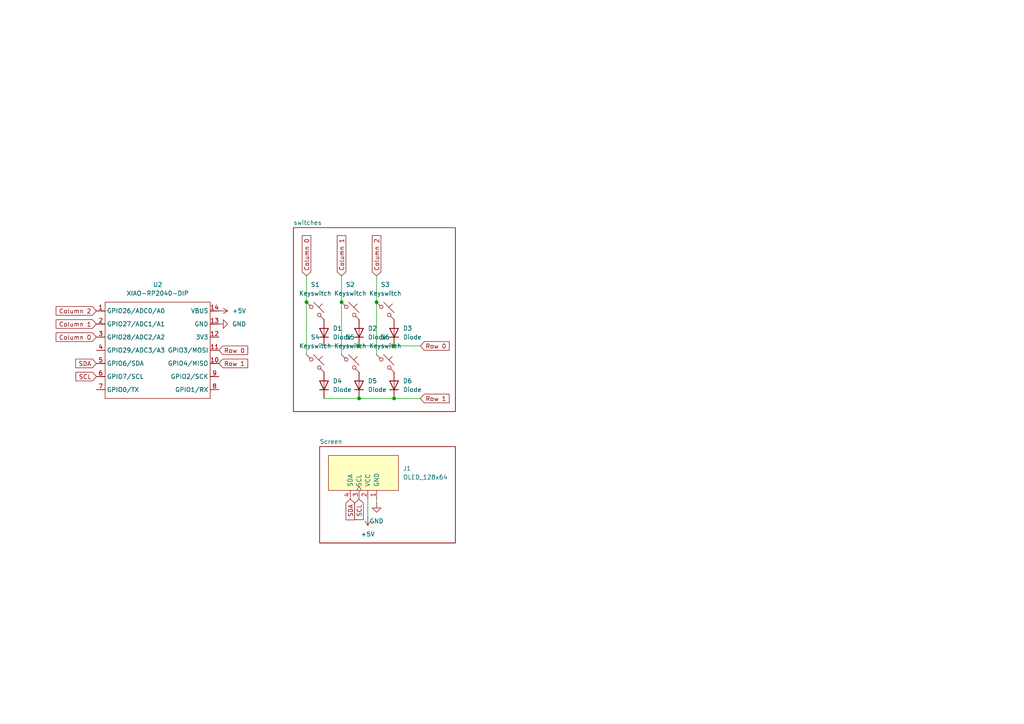
<source format=kicad_sch>
(kicad_sch (version 20231120) (generator "eeschema") (generator_version "8.0")
  (paper "A4")
  (lib_symbols
    (symbol "ScottoKeebs:OLED_128x64" (pin_names (offset 1.016))
      (property "Reference" "J" (at 0 -11.43 0))
      (property "Value" "OLED_128x64" (at 0 -7.62 0))
      (symbol "OLED_128x64_0_1"
        (rectangle (start 10.16 -10.16) (end -10.16 0) (fill (type background)))
      )
      (symbol "OLED_128x64_1_1"
        (pin power_in line (at -3.81 2.54 270) (length 2.54) (name "GND") (number "1"))
        (pin power_in line (at -1.27 2.54 270) (length 2.54) (name "VCC") (number "2"))
        (pin input clock (at 1.27 2.54 270) (length 2.54) (name "SCL") (number "3"))
        (pin bidirectional line (at 3.81 2.54 270) (length 2.54) (name "SDA") (number "4"))
      )
    )
    (symbol "ScottoKeebs:Placeholder_Diode" (pin_numbers hide) (pin_names hide)
      (property "Reference" "D" (at 0 2.54 0))
      (property "Value" "Diode" (at 0 -2.54 0))
      (symbol "Placeholder_Diode_0_1"
        (polyline (pts (xy -1.27 1.27) (xy -1.27 -1.27)) (stroke (width 0.254)))
        (polyline (pts (xy 1.27 0) (xy -1.27 0)))
        (polyline (pts (xy 1.27 1.27) (xy 1.27 -1.27) (xy -1.27 0) (xy 1.27 1.27)) (stroke (width 0.254)))
      )
      (symbol "Placeholder_Diode_1_1"
        (pin passive line (at -3.81 0 0) (length 2.54) (name "K") (number "1"))
        (pin passive line (at 3.81 0 180) (length 2.54) (name "A") (number "2"))
      )
    )
    (symbol "ScottoKeebs:Placeholder_Keyswitch" (pin_numbers hide) (pin_names (offset 1.016) hide)
      (property "Reference" "S" (at 3.048 1.016 0))
      (property "Value" "Keyswitch" (at 0 -3.81 0))
      (symbol "Placeholder_Keyswitch_0_1"
        (circle (center -1.1684 1.1684) (radius 0.508))
        (polyline (pts (xy -0.508 2.54) (xy 2.54 -0.508)))
        (polyline (pts (xy 1.016 1.016) (xy 2.032 2.032)))
        (polyline (pts (xy -2.54 2.54) (xy -1.524 1.524) (xy -1.524 1.524)))
        (polyline (pts (xy 1.524 -1.524) (xy 2.54 -2.54) (xy 2.54 -2.54) (xy 2.54 -2.54)))
        (circle (center 1.143 -1.1938) (radius 0.508))
        (pin passive line (at -2.54 2.54 0) (length 0) (name "1") (number "1"))
        (pin passive line (at 2.54 -2.54 180) (length 0) (name "2") (number "2"))
      )
    )
    (symbol "Seeed_Studio_XIAO_Series:XIAO-RP2040-DIP"
      (property "Reference" "U" (at 0 0 0))
      (property "Value" "XIAO-RP2040-DIP" (at 5.334 -1.778 0))
      (symbol "XIAO-RP2040-DIP_1_0"
        (polyline (pts (xy -1.27 -30.48) (xy -1.27 -16.51)) (stroke (width 0.1524)))
        (polyline (pts (xy -1.27 -27.94) (xy -2.54 -27.94)) (stroke (width 0.1524)))
        (polyline (pts (xy -1.27 -24.13) (xy -2.54 -24.13)) (stroke (width 0.1524)))
        (polyline (pts (xy -1.27 -20.32) (xy -2.54 -20.32)) (stroke (width 0.1524)))
        (polyline (pts (xy -1.27 -16.51) (xy -2.54 -16.51)) (stroke (width 0.1524)))
        (polyline (pts (xy -1.27 -16.51) (xy -1.27 -12.7)) (stroke (width 0.1524)))
        (polyline (pts (xy -1.27 -12.7) (xy -2.54 -12.7)) (stroke (width 0.1524)))
        (polyline (pts (xy -1.27 -12.7) (xy -1.27 -8.89)) (stroke (width 0.1524)))
        (polyline (pts (xy -1.27 -8.89) (xy -2.54 -8.89)) (stroke (width 0.1524)))
        (polyline (pts (xy -1.27 -8.89) (xy -1.27 -5.08)) (stroke (width 0.1524)))
        (polyline (pts (xy -1.27 -5.08) (xy -2.54 -5.08)) (stroke (width 0.1524)))
        (polyline (pts (xy -1.27 -5.08) (xy -1.27 -2.54)) (stroke (width 0.1524)))
        (polyline (pts (xy -1.27 -2.54) (xy 29.21 -2.54)) (stroke (width 0.1524)))
        (polyline (pts (xy 29.21 -30.48) (xy -1.27 -30.48)) (stroke (width 0.1524)))
        (polyline (pts (xy 29.21 -12.7) (xy 29.21 -30.48)) (stroke (width 0.1524)))
        (polyline (pts (xy 29.21 -8.89) (xy 29.21 -12.7)) (stroke (width 0.1524)))
        (polyline (pts (xy 29.21 -5.08) (xy 29.21 -8.89)) (stroke (width 0.1524)))
        (polyline (pts (xy 29.21 -2.54) (xy 29.21 -5.08)) (stroke (width 0.1524)))
        (polyline (pts (xy 30.48 -27.94) (xy 29.21 -27.94)) (stroke (width 0.1524)))
        (polyline (pts (xy 30.48 -24.13) (xy 29.21 -24.13)) (stroke (width 0.1524)))
        (polyline (pts (xy 30.48 -20.32) (xy 29.21 -20.32)) (stroke (width 0.1524)))
        (polyline (pts (xy 30.48 -16.51) (xy 29.21 -16.51)) (stroke (width 0.1524)))
        (polyline (pts (xy 30.48 -12.7) (xy 29.21 -12.7)) (stroke (width 0.1524)))
        (polyline (pts (xy 30.48 -8.89) (xy 29.21 -8.89)) (stroke (width 0.1524)))
        (polyline (pts (xy 30.48 -5.08) (xy 29.21 -5.08)) (stroke (width 0.1524)))
        (pin passive line (at -3.81 -5.08 0) (length 2.54) (name "GPIO26/ADC0/A0") (number "1"))
        (pin passive line (at 31.75 -20.32 180) (length 2.54) (name "GPIO4/MISO") (number "10"))
        (pin passive line (at 31.75 -16.51 180) (length 2.54) (name "GPIO3/MOSI") (number "11"))
        (pin passive line (at 31.75 -12.7 180) (length 2.54) (name "3V3") (number "12"))
        (pin passive line (at 31.75 -8.89 180) (length 2.54) (name "GND") (number "13"))
        (pin passive line (at 31.75 -5.08 180) (length 2.54) (name "VBUS") (number "14"))
        (pin passive line (at -3.81 -8.89 0) (length 2.54) (name "GPIO27/ADC1/A1") (number "2"))
        (pin passive line (at -3.81 -12.7 0) (length 2.54) (name "GPIO28/ADC2/A2") (number "3"))
        (pin passive line (at -3.81 -16.51 0) (length 2.54) (name "GPIO29/ADC3/A3") (number "4"))
        (pin passive line (at -3.81 -20.32 0) (length 2.54) (name "GPIO6/SDA") (number "5"))
        (pin passive line (at -3.81 -24.13 0) (length 2.54) (name "GPIO7/SCL") (number "6"))
        (pin passive line (at -3.81 -27.94 0) (length 2.54) (name "GPIO0/TX") (number "7"))
        (pin passive line (at 31.75 -27.94 180) (length 2.54) (name "GPIO1/RX") (number "8"))
        (pin passive line (at 31.75 -24.13 180) (length 2.54) (name "GPIO2/SCK") (number "9"))
      )
    )
    (symbol "power:+5V" (power) (pin_numbers hide) (pin_names (offset 0) hide)
      (property "Value" "+5V" (at 0 3.556 0))
      (symbol "+5V_0_1"
        (polyline (pts (xy -0.762 1.27) (xy 0 2.54)))
        (polyline (pts (xy 0 0) (xy 0 2.54)))
        (polyline (pts (xy 0 2.54) (xy 0.762 1.27)))
      )
      (symbol "+5V_1_1"
        (pin power_in line (at 0 0 90) (length 0) (name "~") (number "1"))
      )
    )
    (symbol "power:GND" (power) (pin_numbers hide) (pin_names (offset 0) hide)
      (property "Value" "GND" (at 0 -3.81 0))
      (symbol "GND_0_1"
        (polyline (pts (xy 0 0) (xy 0 -1.27) (xy 1.27 -1.27) (xy 0 -2.54) (xy -1.27 -1.27) (xy 0 -1.27)))
      )
      (symbol "GND_1_1"
        (pin power_in line (at 0 0 270) (length 0) (name "~") (number "1"))
      )
    )
  )
  (junction (at 99.06 87.63))
  (junction (at 114.3 115.57))
  (junction (at 104.14 100.33))
  (junction (at 109.22 87.63))
  (junction (at 88.9 87.63))
  (junction (at 114.3 100.33))
  (junction (at 104.14 115.57))
  (wire (pts (xy 99.06 80.01) (xy 99.06 87.63)))
  (wire (pts (xy 104.14 115.57) (xy 114.3 115.57)))
  (wire (pts (xy 99.06 87.63) (xy 99.06 102.87)))
  (wire (pts (xy 109.22 80.01) (xy 109.22 87.63)))
  (wire (pts (xy 109.22 146.05) (xy 109.22 144.78)))
  (wire (pts (xy 88.9 80.01) (xy 88.9 87.63)))
  (wire (pts (xy 93.98 115.57) (xy 104.14 115.57)))
  (wire (pts (xy 106.68 149.86) (xy 106.68 144.78)))
  (wire (pts (xy 121.92 115.57) (xy 114.3 115.57)))
  (wire (pts (xy 121.92 100.33) (xy 114.3 100.33)))
  (wire (pts (xy 93.98 100.33) (xy 104.14 100.33)))
  (wire (pts (xy 109.22 87.63) (xy 109.22 102.87)))
  (wire (pts (xy 104.14 100.33) (xy 114.3 100.33)))
  (wire (pts (xy 88.9 87.63) (xy 88.9 102.87)))
  (global_label "Column 0" (shape input) (at 88.9 80.01 90) (property "Intersheetrefs" "${INTERSHEET_REFS}" (effects (hide yes))))
  (global_label "Column 0" (shape input) (at 27.94 97.79 180) (property "Intersheetrefs" "${INTERSHEET_REFS}" (effects (hide yes))))
  (global_label "SDA" (shape input) (at 101.6 144.78 270) (property "Intersheetrefs" "${INTERSHEET_REFS}" (effects (hide yes))))
  (global_label "Row 0" (shape input) (at 121.92 100.33 0) (property "Intersheetrefs" "${INTERSHEET_REFS}" (effects (hide yes))))
  (global_label "Row 0" (shape input) (at 63.5 101.6 0) (property "Intersheetrefs" "${INTERSHEET_REFS}" (effects (hide yes))))
  (global_label "SCL" (shape input) (at 104.14 144.78 270) (property "Intersheetrefs" "${INTERSHEET_REFS}" (effects (hide yes))))
  (global_label "SCL" (shape input) (at 27.94 109.22 180) (property "Intersheetrefs" "${INTERSHEET_REFS}" (effects (hide yes))))
  (global_label "Column 1" (shape input) (at 27.94 93.98 180) (property "Intersheetrefs" "${INTERSHEET_REFS}" (effects (hide yes))))
  (global_label "Row 1" (shape input) (at 121.92 115.57 0) (property "Intersheetrefs" "${INTERSHEET_REFS}" (effects (hide yes))))
  (global_label "Column 2" (shape input) (at 27.94 90.17 180) (property "Intersheetrefs" "${INTERSHEET_REFS}" (effects (hide yes))))
  (global_label "SDA" (shape input) (at 27.94 105.41 180) (property "Intersheetrefs" "${INTERSHEET_REFS}" (effects (hide yes))))
  (global_label "Row 1" (shape input) (at 63.5 105.41 0) (property "Intersheetrefs" "${INTERSHEET_REFS}" (effects (hide yes))))
  (global_label "Column 1" (shape input) (at 99.06 80.01 90) (property "Intersheetrefs" "${INTERSHEET_REFS}" (effects (hide yes))))
  (global_label "Column 2" (shape input) (at 109.22 80.01 90) (property "Intersheetrefs" "${INTERSHEET_REFS}" (effects (hide yes))))
  (symbol (lib_id "ScottoKeebs:Placeholder_Keyswitch") (at 111.76 105.41 0) (unit 1)
    (property "Reference" "S6" (at 111.76 97.79 0))
    (property "Value" "Keyswitch" (at 111.76 100.33 0))
    (property "Footprint" "ScottoKeebs_MX:MX_PCB_1.00u" (effects (hide yes)))
    (property "Description" "Push button switch, normally open, two pins, 45° tilted" (effects (hide yes)))
  )
  (symbol (lib_id "ScottoKeebs:OLED_128x64") (at 105.41 142.24 180) (unit 1)
    (property "Reference" "J1" (at 116.84 135.8899 0) (effects (justify right)))
    (property "Value" "OLED_128x64" (at 116.84 138.4299 0) (effects (justify right)))
    (property "Footprint" "ScottoKeebs_Components:OLED_128x64" (effects (hide yes)))
  )
  (symbol (lib_id "power:+5V") (at 63.5 90.17 270) (unit 1)
    (property "Reference" "#PWR03" (effects (hide yes)))
    (property "Value" "+5V" (at 67.31 90.1699 90) (effects (justify left)))
    (property "Description" "Power symbol creates a global label with name \"+5V\"" (effects (hide yes)))
  )
  (symbol (lib_id "ScottoKeebs:Placeholder_Diode") (at 104.14 111.76 90) (unit 1)
    (property "Reference" "D5" (at 106.68 110.4899 90) (effects (justify right)))
    (property "Value" "Diode" (at 106.68 113.0299 90) (effects (justify right)))
    (property "Footprint" "ScottoKeebs_Components:Diode_DO-35" (effects (hide yes)))
    (property "Description" "1N4148 (DO-35) or 1N4148W (SOD-123)" (effects (hide yes)))
    (property "Sim.Device" "D" (effects (hide yes)))
    (property "Sim.Pins" "1=K 2=A" (effects (hide yes)))
  )
  (symbol (lib_id "power:GND") (at 63.5 93.98 90) (unit 1)
    (property "Reference" "#PWR04" (effects (hide yes)))
    (property "Value" "GND" (at 67.31 93.9799 90) (effects (justify right)))
    (property "Description" "Power symbol creates a global label with name \"GND\" , ground" (effects (hide yes)))
  )
  (symbol (lib_id "ScottoKeebs:Placeholder_Diode") (at 104.14 96.52 90) (unit 1)
    (property "Reference" "D2" (at 106.68 95.2499 90) (effects (justify right)))
    (property "Value" "Diode" (at 106.68 97.7899 90) (effects (justify right)))
    (property "Footprint" "ScottoKeebs_Components:Diode_DO-35" (effects (hide yes)))
    (property "Description" "1N4148 (DO-35) or 1N4148W (SOD-123)" (effects (hide yes)))
    (property "Sim.Device" "D" (effects (hide yes)))
    (property "Sim.Pins" "1=K 2=A" (effects (hide yes)))
  )
  (symbol (lib_id "ScottoKeebs:Placeholder_Keyswitch") (at 101.6 90.17 0) (unit 1)
    (property "Reference" "S2" (at 101.6 82.55 0))
    (property "Value" "Keyswitch" (at 101.6 85.09 0))
    (property "Footprint" "ScottoKeebs_MX:MX_PCB_1.00u" (effects (hide yes)))
    (property "Description" "Push button switch, normally open, two pins, 45° tilted" (effects (hide yes)))
  )
  (symbol (lib_id "ScottoKeebs:Placeholder_Diode") (at 93.98 111.76 90) (unit 1)
    (property "Reference" "D4" (at 96.52 110.4899 90) (effects (justify right)))
    (property "Value" "Diode" (at 96.52 113.0299 90) (effects (justify right)))
    (property "Footprint" "ScottoKeebs_Components:Diode_DO-35" (effects (hide yes)))
    (property "Description" "1N4148 (DO-35) or 1N4148W (SOD-123)" (effects (hide yes)))
    (property "Sim.Device" "D" (effects (hide yes)))
    (property "Sim.Pins" "1=K 2=A" (effects (hide yes)))
  )
  (symbol (lib_id "Seeed_Studio_XIAO_Series:XIAO-RP2040-DIP") (at 31.75 85.09 0) (unit 1)
    (property "Reference" "U2" (at 45.72 82.55 0))
    (property "Value" "XIAO-RP2040-DIP" (at 45.72 85.09 0))
    (property "Footprint" "ScottoKeebs_MCU:Seeed_XIAO_RP2040" (effects (hide yes)))
  )
  (symbol (lib_id "power:+5V") (at 106.68 149.86 180) (unit 1)
    (property "Reference" "#PWR01" (effects (hide yes)))
    (property "Value" "+5V" (at 106.68 154.94 0))
    (property "Description" "Power symbol creates a global label with name \"+5V\"" (effects (hide yes)))
  )
  (symbol (lib_id "ScottoKeebs:Placeholder_Diode") (at 114.3 111.76 90) (unit 1)
    (property "Reference" "D6" (at 116.84 110.4899 90) (effects (justify right)))
    (property "Value" "Diode" (at 116.84 113.0299 90) (effects (justify right)))
    (property "Footprint" "ScottoKeebs_Components:Diode_DO-35" (effects (hide yes)))
    (property "Description" "1N4148 (DO-35) or 1N4148W (SOD-123)" (effects (hide yes)))
    (property "Sim.Device" "D" (effects (hide yes)))
    (property "Sim.Pins" "1=K 2=A" (effects (hide yes)))
  )
  (symbol (lib_id "ScottoKeebs:Placeholder_Keyswitch") (at 111.76 90.17 0) (unit 1)
    (property "Reference" "S3" (at 111.76 82.55 0))
    (property "Value" "Keyswitch" (at 111.76 85.09 0))
    (property "Footprint" "ScottoKeebs_MX:MX_PCB_1.00u" (effects (hide yes)))
    (property "Description" "Push button switch, normally open, two pins, 45° tilted" (effects (hide yes)))
  )
  (symbol (lib_id "ScottoKeebs:Placeholder_Keyswitch") (at 101.6 105.41 0) (unit 1)
    (property "Reference" "S5" (at 101.6 97.79 0))
    (property "Value" "Keyswitch" (at 101.6 100.33 0))
    (property "Footprint" "ScottoKeebs_MX:MX_PCB_1.00u" (effects (hide yes)))
    (property "Description" "Push button switch, normally open, two pins, 45° tilted" (effects (hide yes)))
  )
  (symbol (lib_id "ScottoKeebs:Placeholder_Diode") (at 93.98 96.52 90) (unit 1)
    (property "Reference" "D1" (at 96.52 95.2499 90) (effects (justify right)))
    (property "Value" "Diode" (at 96.52 97.7899 90) (effects (justify right)))
    (property "Footprint" "ScottoKeebs_Components:Diode_DO-35" (effects (hide yes)))
    (property "Description" "1N4148 (DO-35) or 1N4148W (SOD-123)" (effects (hide yes)))
    (property "Sim.Device" "D" (effects (hide yes)))
    (property "Sim.Pins" "1=K 2=A" (effects (hide yes)))
  )
  (symbol (lib_id "ScottoKeebs:Placeholder_Diode") (at 114.3 96.52 90) (unit 1)
    (property "Reference" "D3" (at 116.84 95.2499 90) (effects (justify right)))
    (property "Value" "Diode" (at 116.84 97.7899 90) (effects (justify right)))
    (property "Footprint" "ScottoKeebs_Components:Diode_DO-35" (effects (hide yes)))
    (property "Description" "1N4148 (DO-35) or 1N4148W (SOD-123)" (effects (hide yes)))
    (property "Sim.Device" "D" (effects (hide yes)))
    (property "Sim.Pins" "1=K 2=A" (effects (hide yes)))
  )
  (symbol (lib_id "ScottoKeebs:Placeholder_Keyswitch") (at 91.44 105.41 0) (unit 1)
    (property "Reference" "S4" (at 91.44 97.79 0))
    (property "Value" "Keyswitch" (at 91.44 100.33 0))
    (property "Footprint" "ScottoKeebs_MX:MX_PCB_1.00u" (effects (hide yes)))
    (property "Description" "Push button switch, normally open, two pins, 45° tilted" (effects (hide yes)))
  )
  (symbol (lib_id "ScottoKeebs:Placeholder_Keyswitch") (at 91.44 90.17 0) (unit 1)
    (property "Reference" "S1" (at 91.44 82.55 0))
    (property "Value" "Keyswitch" (at 91.44 85.09 0))
    (property "Footprint" "ScottoKeebs_MX:MX_PCB_1.00u" (effects (hide yes)))
    (property "Description" "Push button switch, normally open, two pins, 45° tilted" (effects (hide yes)))
  )
  (symbol (lib_id "power:GND") (at 109.22 146.05 0) (unit 1)
    (property "Reference" "#PWR02" (effects (hide yes)))
    (property "Value" "GND" (at 109.22 151.13 0))
    (property "Description" "Power symbol creates a global label with name \"GND\" , ground" (effects (hide yes)))
  )
  (sheet (at 92.71 129.54) (size 39.37 27.94) (stroke (width 0.1524))
    (property "Sheetname" "Screen" (at 92.71 128.8284 0) (effects (justify left bottom)))
    (property "Sheetfile" "screen.kicad_sch" (effects (hide yes)))
  )
  (sheet (at 85.09 66.04) (size 46.99 53.34) (stroke (width 0.1524))
    (property "Sheetname" "switches" (at 85.09 65.3284 0) (effects (justify left bottom)))
    (property "Sheetfile" "untitled.kicad_sch" (effects (hide yes)))
  )
)
</source>
